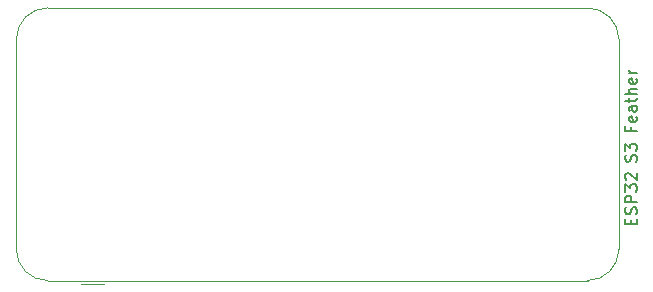
<source format=gbr>
%TF.GenerationSoftware,KiCad,Pcbnew,(7.0.0)*%
%TF.CreationDate,2023-03-09T06:04:35-08:00*%
%TF.ProjectId,Voltage_Sensor_Timer,566f6c74-6167-4655-9f53-656e736f725f,0*%
%TF.SameCoordinates,Original*%
%TF.FileFunction,Legend,Top*%
%TF.FilePolarity,Positive*%
%FSLAX46Y46*%
G04 Gerber Fmt 4.6, Leading zero omitted, Abs format (unit mm)*
G04 Created by KiCad (PCBNEW (7.0.0)) date 2023-03-09 06:04:35*
%MOMM*%
%LPD*%
G01*
G04 APERTURE LIST*
%ADD10C,0.150000*%
%ADD11C,0.120000*%
G04 APERTURE END LIST*
D10*
%TO.C,ESP1*%
X178151571Y-102792952D02*
X178151571Y-102459619D01*
X178675380Y-102316762D02*
X178675380Y-102792952D01*
X178675380Y-102792952D02*
X177675380Y-102792952D01*
X177675380Y-102792952D02*
X177675380Y-102316762D01*
X178627761Y-101935809D02*
X178675380Y-101792952D01*
X178675380Y-101792952D02*
X178675380Y-101554857D01*
X178675380Y-101554857D02*
X178627761Y-101459619D01*
X178627761Y-101459619D02*
X178580142Y-101412000D01*
X178580142Y-101412000D02*
X178484904Y-101364381D01*
X178484904Y-101364381D02*
X178389666Y-101364381D01*
X178389666Y-101364381D02*
X178294428Y-101412000D01*
X178294428Y-101412000D02*
X178246809Y-101459619D01*
X178246809Y-101459619D02*
X178199190Y-101554857D01*
X178199190Y-101554857D02*
X178151571Y-101745333D01*
X178151571Y-101745333D02*
X178103952Y-101840571D01*
X178103952Y-101840571D02*
X178056333Y-101888190D01*
X178056333Y-101888190D02*
X177961095Y-101935809D01*
X177961095Y-101935809D02*
X177865857Y-101935809D01*
X177865857Y-101935809D02*
X177770619Y-101888190D01*
X177770619Y-101888190D02*
X177723000Y-101840571D01*
X177723000Y-101840571D02*
X177675380Y-101745333D01*
X177675380Y-101745333D02*
X177675380Y-101507238D01*
X177675380Y-101507238D02*
X177723000Y-101364381D01*
X178675380Y-100935809D02*
X177675380Y-100935809D01*
X177675380Y-100935809D02*
X177675380Y-100554857D01*
X177675380Y-100554857D02*
X177723000Y-100459619D01*
X177723000Y-100459619D02*
X177770619Y-100412000D01*
X177770619Y-100412000D02*
X177865857Y-100364381D01*
X177865857Y-100364381D02*
X178008714Y-100364381D01*
X178008714Y-100364381D02*
X178103952Y-100412000D01*
X178103952Y-100412000D02*
X178151571Y-100459619D01*
X178151571Y-100459619D02*
X178199190Y-100554857D01*
X178199190Y-100554857D02*
X178199190Y-100935809D01*
X177675380Y-100031047D02*
X177675380Y-99412000D01*
X177675380Y-99412000D02*
X178056333Y-99745333D01*
X178056333Y-99745333D02*
X178056333Y-99602476D01*
X178056333Y-99602476D02*
X178103952Y-99507238D01*
X178103952Y-99507238D02*
X178151571Y-99459619D01*
X178151571Y-99459619D02*
X178246809Y-99412000D01*
X178246809Y-99412000D02*
X178484904Y-99412000D01*
X178484904Y-99412000D02*
X178580142Y-99459619D01*
X178580142Y-99459619D02*
X178627761Y-99507238D01*
X178627761Y-99507238D02*
X178675380Y-99602476D01*
X178675380Y-99602476D02*
X178675380Y-99888190D01*
X178675380Y-99888190D02*
X178627761Y-99983428D01*
X178627761Y-99983428D02*
X178580142Y-100031047D01*
X177770619Y-99031047D02*
X177723000Y-98983428D01*
X177723000Y-98983428D02*
X177675380Y-98888190D01*
X177675380Y-98888190D02*
X177675380Y-98650095D01*
X177675380Y-98650095D02*
X177723000Y-98554857D01*
X177723000Y-98554857D02*
X177770619Y-98507238D01*
X177770619Y-98507238D02*
X177865857Y-98459619D01*
X177865857Y-98459619D02*
X177961095Y-98459619D01*
X177961095Y-98459619D02*
X178103952Y-98507238D01*
X178103952Y-98507238D02*
X178675380Y-99078666D01*
X178675380Y-99078666D02*
X178675380Y-98459619D01*
X178627761Y-97478666D02*
X178675380Y-97335809D01*
X178675380Y-97335809D02*
X178675380Y-97097714D01*
X178675380Y-97097714D02*
X178627761Y-97002476D01*
X178627761Y-97002476D02*
X178580142Y-96954857D01*
X178580142Y-96954857D02*
X178484904Y-96907238D01*
X178484904Y-96907238D02*
X178389666Y-96907238D01*
X178389666Y-96907238D02*
X178294428Y-96954857D01*
X178294428Y-96954857D02*
X178246809Y-97002476D01*
X178246809Y-97002476D02*
X178199190Y-97097714D01*
X178199190Y-97097714D02*
X178151571Y-97288190D01*
X178151571Y-97288190D02*
X178103952Y-97383428D01*
X178103952Y-97383428D02*
X178056333Y-97431047D01*
X178056333Y-97431047D02*
X177961095Y-97478666D01*
X177961095Y-97478666D02*
X177865857Y-97478666D01*
X177865857Y-97478666D02*
X177770619Y-97431047D01*
X177770619Y-97431047D02*
X177723000Y-97383428D01*
X177723000Y-97383428D02*
X177675380Y-97288190D01*
X177675380Y-97288190D02*
X177675380Y-97050095D01*
X177675380Y-97050095D02*
X177723000Y-96907238D01*
X177675380Y-96573904D02*
X177675380Y-95954857D01*
X177675380Y-95954857D02*
X178056333Y-96288190D01*
X178056333Y-96288190D02*
X178056333Y-96145333D01*
X178056333Y-96145333D02*
X178103952Y-96050095D01*
X178103952Y-96050095D02*
X178151571Y-96002476D01*
X178151571Y-96002476D02*
X178246809Y-95954857D01*
X178246809Y-95954857D02*
X178484904Y-95954857D01*
X178484904Y-95954857D02*
X178580142Y-96002476D01*
X178580142Y-96002476D02*
X178627761Y-96050095D01*
X178627761Y-96050095D02*
X178675380Y-96145333D01*
X178675380Y-96145333D02*
X178675380Y-96431047D01*
X178675380Y-96431047D02*
X178627761Y-96526285D01*
X178627761Y-96526285D02*
X178580142Y-96573904D01*
X178151571Y-94592952D02*
X178151571Y-94926285D01*
X178675380Y-94926285D02*
X177675380Y-94926285D01*
X177675380Y-94926285D02*
X177675380Y-94450095D01*
X178627761Y-93688190D02*
X178675380Y-93783428D01*
X178675380Y-93783428D02*
X178675380Y-93973904D01*
X178675380Y-93973904D02*
X178627761Y-94069142D01*
X178627761Y-94069142D02*
X178532523Y-94116761D01*
X178532523Y-94116761D02*
X178151571Y-94116761D01*
X178151571Y-94116761D02*
X178056333Y-94069142D01*
X178056333Y-94069142D02*
X178008714Y-93973904D01*
X178008714Y-93973904D02*
X178008714Y-93783428D01*
X178008714Y-93783428D02*
X178056333Y-93688190D01*
X178056333Y-93688190D02*
X178151571Y-93640571D01*
X178151571Y-93640571D02*
X178246809Y-93640571D01*
X178246809Y-93640571D02*
X178342047Y-94116761D01*
X178675380Y-92783428D02*
X178151571Y-92783428D01*
X178151571Y-92783428D02*
X178056333Y-92831047D01*
X178056333Y-92831047D02*
X178008714Y-92926285D01*
X178008714Y-92926285D02*
X178008714Y-93116761D01*
X178008714Y-93116761D02*
X178056333Y-93211999D01*
X178627761Y-92783428D02*
X178675380Y-92878666D01*
X178675380Y-92878666D02*
X178675380Y-93116761D01*
X178675380Y-93116761D02*
X178627761Y-93211999D01*
X178627761Y-93211999D02*
X178532523Y-93259618D01*
X178532523Y-93259618D02*
X178437285Y-93259618D01*
X178437285Y-93259618D02*
X178342047Y-93211999D01*
X178342047Y-93211999D02*
X178294428Y-93116761D01*
X178294428Y-93116761D02*
X178294428Y-92878666D01*
X178294428Y-92878666D02*
X178246809Y-92783428D01*
X178008714Y-92450094D02*
X178008714Y-92069142D01*
X177675380Y-92307237D02*
X178532523Y-92307237D01*
X178532523Y-92307237D02*
X178627761Y-92259618D01*
X178627761Y-92259618D02*
X178675380Y-92164380D01*
X178675380Y-92164380D02*
X178675380Y-92069142D01*
X178675380Y-91735808D02*
X177675380Y-91735808D01*
X178675380Y-91307237D02*
X178151571Y-91307237D01*
X178151571Y-91307237D02*
X178056333Y-91354856D01*
X178056333Y-91354856D02*
X178008714Y-91450094D01*
X178008714Y-91450094D02*
X178008714Y-91592951D01*
X178008714Y-91592951D02*
X178056333Y-91688189D01*
X178056333Y-91688189D02*
X178103952Y-91735808D01*
X178627761Y-90450094D02*
X178675380Y-90545332D01*
X178675380Y-90545332D02*
X178675380Y-90735808D01*
X178675380Y-90735808D02*
X178627761Y-90831046D01*
X178627761Y-90831046D02*
X178532523Y-90878665D01*
X178532523Y-90878665D02*
X178151571Y-90878665D01*
X178151571Y-90878665D02*
X178056333Y-90831046D01*
X178056333Y-90831046D02*
X178008714Y-90735808D01*
X178008714Y-90735808D02*
X178008714Y-90545332D01*
X178008714Y-90545332D02*
X178056333Y-90450094D01*
X178056333Y-90450094D02*
X178151571Y-90402475D01*
X178151571Y-90402475D02*
X178246809Y-90402475D01*
X178246809Y-90402475D02*
X178342047Y-90878665D01*
X178675380Y-89973903D02*
X178008714Y-89973903D01*
X178199190Y-89973903D02*
X178103952Y-89926284D01*
X178103952Y-89926284D02*
X178056333Y-89878665D01*
X178056333Y-89878665D02*
X178008714Y-89783427D01*
X178008714Y-89783427D02*
X178008714Y-89688189D01*
D11*
X133588000Y-107872000D02*
X131588000Y-107872000D01*
X128778000Y-107552000D02*
X174498000Y-107552000D01*
X126128000Y-87122000D02*
X126128000Y-104902000D01*
X177148000Y-87122000D02*
X177148000Y-104902000D01*
X128778000Y-84472000D02*
X174498000Y-84472000D01*
X126128000Y-104902000D02*
G75*
G03*
X128778000Y-107552000I2650000J0D01*
G01*
X174498000Y-107552000D02*
G75*
G03*
X177148000Y-104902000I0J2650000D01*
G01*
X128778000Y-84472000D02*
G75*
G03*
X126128000Y-87122000I0J-2650000D01*
G01*
X177148000Y-87122000D02*
G75*
G03*
X174498000Y-84472000I-2650000J0D01*
G01*
%TD*%
M02*

</source>
